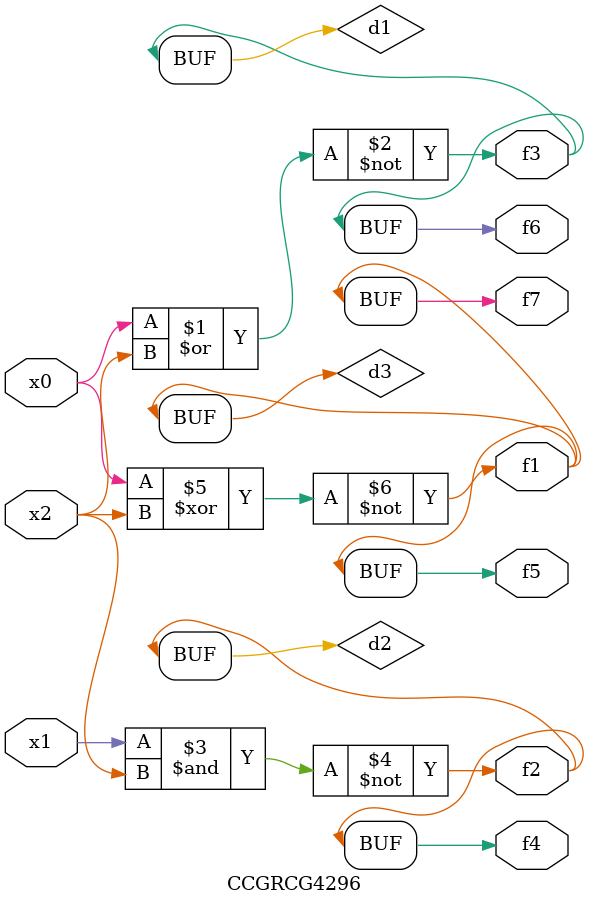
<source format=v>
module CCGRCG4296(
	input x0, x1, x2,
	output f1, f2, f3, f4, f5, f6, f7
);

	wire d1, d2, d3;

	nor (d1, x0, x2);
	nand (d2, x1, x2);
	xnor (d3, x0, x2);
	assign f1 = d3;
	assign f2 = d2;
	assign f3 = d1;
	assign f4 = d2;
	assign f5 = d3;
	assign f6 = d1;
	assign f7 = d3;
endmodule

</source>
